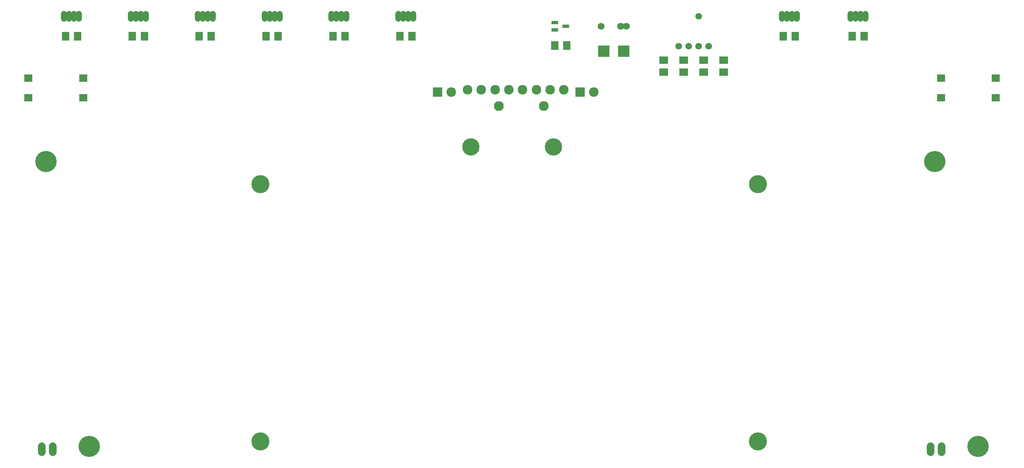
<source format=gbs>
G75*
%MOIN*%
%OFA0B0*%
%FSLAX24Y24*%
%IPPOS*%
%LPD*%
%AMOC8*
5,1,8,0,0,1.08239X$1,22.5*
%
%ADD10C,0.1811*%
%ADD11C,0.2126*%
%ADD12C,0.1732*%
%ADD13C,0.0669*%
%ADD14R,0.0709X0.0374*%
%ADD15R,0.0757X0.0857*%
%ADD16R,0.0857X0.0757*%
%ADD17C,0.0957*%
%ADD18R,0.0787X0.0768*%
%ADD19R,0.0957X0.0957*%
%ADD20C,0.0757*%
%ADD21C,0.0689*%
%ADD22R,0.1157X0.1157*%
%ADD23C,0.0607*%
%ADD24OC8,0.0957*%
%ADD25C,0.0707*%
D10*
X024539Y009004D03*
X024539Y034791D03*
X074343Y034791D03*
X074343Y009004D03*
D11*
X096390Y008512D03*
X092059Y037055D03*
X007413Y008512D03*
X003083Y037055D03*
D12*
X045609Y038532D03*
X053876Y038532D03*
D13*
X066417Y048630D03*
X067417Y048630D03*
X068417Y048630D03*
X069417Y048630D03*
X068417Y051630D03*
D14*
X055117Y050628D03*
X054015Y050254D03*
X054015Y051002D03*
D15*
X054024Y048690D03*
X055228Y048690D03*
X039708Y049630D03*
X038505Y049630D03*
X033015Y049630D03*
X031812Y049630D03*
X026322Y049630D03*
X025119Y049630D03*
X019629Y049630D03*
X018426Y049630D03*
X012937Y049630D03*
X011733Y049630D03*
X006244Y049630D03*
X005040Y049630D03*
X076890Y049630D03*
X078094Y049630D03*
X083780Y049630D03*
X084984Y049630D03*
D16*
X070917Y047232D03*
X070917Y046028D03*
X068917Y046028D03*
X068917Y047232D03*
X066917Y047232D03*
X066917Y046028D03*
X064917Y046028D03*
X064917Y047232D03*
D17*
X057933Y044018D03*
X054927Y044249D03*
X053549Y044249D03*
X052171Y044249D03*
X050793Y044249D03*
X049415Y044249D03*
X048037Y044249D03*
X046659Y044249D03*
X045281Y044249D03*
X043658Y044018D03*
D18*
X006813Y043453D03*
X006813Y045421D03*
X001321Y045421D03*
X001321Y043453D03*
X092672Y043453D03*
X092672Y045421D03*
X098164Y045421D03*
X098164Y043453D03*
D19*
X056555Y044018D03*
X042280Y044018D03*
D20*
X002639Y008517D02*
X002639Y007917D01*
X003739Y007917D02*
X003739Y008517D01*
X091615Y008536D02*
X091615Y007936D01*
X092715Y007936D02*
X092715Y008536D01*
D21*
X061197Y050630D03*
X058638Y050630D03*
D22*
X058917Y048130D03*
X060917Y048130D03*
D23*
X076742Y051405D02*
X076742Y051855D01*
X077242Y051855D02*
X077242Y051405D01*
X077742Y051405D02*
X077742Y051855D01*
X078242Y051855D02*
X078242Y051405D01*
X083632Y051405D02*
X083632Y051855D01*
X084132Y051855D02*
X084132Y051405D01*
X084632Y051405D02*
X084632Y051855D01*
X085132Y051855D02*
X085132Y051405D01*
X039856Y051405D02*
X039856Y051855D01*
X039356Y051855D02*
X039356Y051405D01*
X038856Y051405D02*
X038856Y051855D01*
X038356Y051855D02*
X038356Y051405D01*
X033163Y051405D02*
X033163Y051855D01*
X032663Y051855D02*
X032663Y051405D01*
X032163Y051405D02*
X032163Y051855D01*
X031663Y051855D02*
X031663Y051405D01*
X026471Y051405D02*
X026471Y051855D01*
X025971Y051855D02*
X025971Y051405D01*
X025471Y051405D02*
X025471Y051855D01*
X024971Y051855D02*
X024971Y051405D01*
X019778Y051405D02*
X019778Y051855D01*
X019278Y051855D02*
X019278Y051405D01*
X018778Y051405D02*
X018778Y051855D01*
X018278Y051855D02*
X018278Y051405D01*
X013085Y051405D02*
X013085Y051855D01*
X012585Y051855D02*
X012585Y051405D01*
X012085Y051405D02*
X012085Y051855D01*
X011585Y051855D02*
X011585Y051405D01*
X006392Y051405D02*
X006392Y051855D01*
X005892Y051855D02*
X005892Y051405D01*
X005392Y051405D02*
X005392Y051855D01*
X004892Y051855D02*
X004892Y051405D01*
D24*
X048417Y042630D03*
X052917Y042630D03*
D25*
X060605Y050630D03*
M02*

</source>
